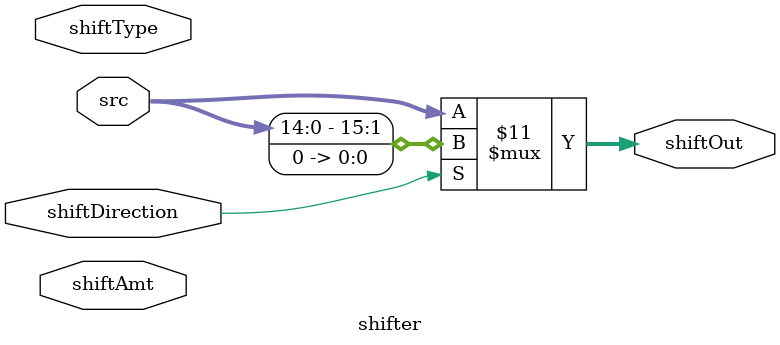
<source format=v>

/*
*   Authors: Jordy Larrea, Brittney Morales, Misael Nava, Cristian Tapiero
This module does arithmetic shifting (extends the sign value) and logical shifting (Leftshifting and rightshifting) by one bit
arithmetic shifting : >>> and <<< 
logical shifting : >> and <<
IMPORTANT: when shiftType is 1, it's type is logical shift, else it is arithmetic shifting
when shiftDirection is FFFF (hex and signed for -1) it will shift right, or when shiftDirection is 1 it will shift left or when shift is anyother number it will return the same value.
*/
module shifter #(
    parameter WIDTH = 16
) (
    input signed [WIDTH-1:0] src,
    input shiftDirection,
    input [3:0] shiftAmt,
    input shiftType,
    output reg signed [WIDTH-1:0] shiftOut
);

    always @(*) begin
	 
        if(shiftDirection == 16'hFFFF) shiftOut <= (shiftType) ? src >> 1: $signed(src) >>> 1;
        else if(shiftDirection == 16'h0001) shiftOut <= (shiftType) ? src << 1: $signed(src) <<< 1;
        else shiftOut <= src;
    end
endmodule

</source>
